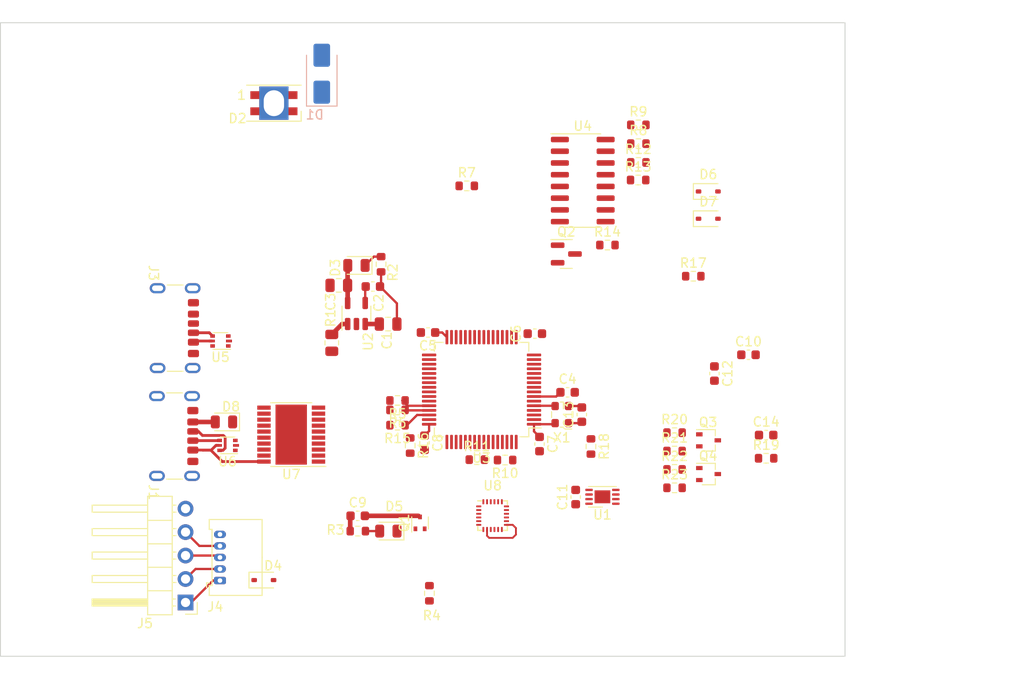
<source format=kicad_pcb>
(kicad_pcb (version 20240108) (generator "pcbnew") (generator_version "8.0")
  (layers (0 "F.Cu" signal) (31 "B.Cu" signal) (34 "B.Paste" user) (35 "F.Paste" user) (36 "B.SilkS" user "B.Silkscreen") (37 "F.SilkS" user "F.Silkscreen") (38 "B.Mask" user) (39 "F.Mask" user) (44 "Edge.Cuts" user))
  (net 0 "")
  (net 1 "/Key_1U/Row_Input")
  (net 2 "Net-(D1-A)")
  (net 3 "/Key_1U/Led_Output")
  (net 4 "GND")
  (net 5 "/Key_1U/Led_Input")
  (net 6 "/Key_1U/Vdd")
  (net 7 "Net-(D5-A)")
  (net 8 "Net-(U2-ON{slash}~{OFF})")
  (net 9 "Net-(U2-BP)")
  (net 10 "/Multimeter/+5V")
  (net 11 "/USB_Slot/VBus")
  (net 12 "Net-(D4-K)")
  (net 13 "/UART_Slot/VBus")
  (net 14 "Net-(U7-~{RESET})")
  (net 16 "Net-(J3-CC2)")
  (net 17 "Net-(J3-CC1)")
  (net 18 "Net-(U7-USBDP)")
  (net 20 "Net-(U7-USBDM)")
  (net 21 "Net-(J1-CC2)")
  (net 22 "Net-(J1-CC1)")
  (net 23 "/MCU/TX")
  (net 24 "Net-(D3-K)")
  (net 25 "Net-(D5-K)")
  (net 66 "Net-(U3-PB9)")
  (net 68 "/MCU/IR_LED")
  (net 69 "Net-(U3-PA11)")
  (net 70 "/MCU/USB+")
  (net 71 "Net-(U3-PA12)")
  (net 72 "/MCU/USB-")
  (net 73 "/MCU/VCC_MCU")
  (net 74 "/Multimeter/ADC_OUT")
  (net 79 "Net-(U3-PF0)")
  (net 80 "/MCU/NRST")
  (net 81 "Net-(D6-A)")
  (net 83 "Net-(Q2-D)")
  (net 84 "Net-(Q2-G)")
  (net 85 "Net-(U4-O2)")
  (net 86 "Net-(U4-O1)")
  (net 87 "Net-(U4-O3)")
  (net 88 "Net-(U4-O4)")
  (net 98 "Net-(U3-PA13)")
  (net 99 "/MCU/SWD")
  (net 100 "Net-(U3-PA14)")
  (net 101 "/MCU/SWC")
  (net 103 "/IMU/SCL")
  (net 104 "/IMU/SDA")
  (net 107 "/Key_1U/GND")
  (net 108 "/IMU/+3.3V")
  (net 111 "/MCU/RX")
  (net 115 "Net-(U8-REGOUT)")
  (net 118 "/OLED/LevelShifter/SCL_HL")
  (net 119 "/OLED/LevelShifter/SDA_HL")
  (net 122 "Net-(U8-FSYNC)")
  (footprint "Resistor_SMD:R_0603_1608Metric" (layer "F.Cu") (at 186.185 122.27)
    (property "Reference" "R22")
    (property "Value" "10k")
  )
  (footprint "Resistor_SMD:R_0603_1608Metric" (layer "F.Cu") (at 196.095 121.06)
    (property "Reference" "R19")
    (property "Value" "47k")
  )
  (footprint "Resistor_SMD:R_0805_2012Metric" (layer "F.Cu") (at 149.098 108.5615 90)
    (property "Reference" "R1")
    (property "Value" "18")
  )
  (footprint "Package_TO_SOT_SMD:SOT-323_SC-70" (layer "F.Cu") (at 189.865 122.77)
    (property "Reference" "Q4")
    (property "Value" "PJC138K_R1_00001")
  )
  (footprint "Capacitor_SMD:C_0603_1608Metric" (layer "F.Cu") (at 174.612 113.919)
    (property "Reference" "C4")
    (property "Value" "100nF")
  )
  (footprint "Connector_USB:USB_C_Receptacle_GCT_USB4125-xx-x_6P_TopMnt_Horizontal" (layer "F.Cu") (at 131.05 106.97 -90)
    (property "Reference" "J3")
    (property "Value" "USB_C_Receptacle_PowerOnly_6P")
  )
  (footprint "Package_TO_SOT_SMD:SOT-323_SC-70" (layer "F.Cu") (at 189.865 119.12)
    (property "Reference" "Q3")
    (property "Value" "PJC138K_R1_00001")
  )
  (footprint "Connector_Molex:Molex_PicoBlade_53048-0510_1x05_P1.25mm_Horizontal" (layer "F.Cu") (at 137 134.3 90)
    (property "Reference" "J4")
    (property "Value" "53048-0510")
  )
  (footprint "Resistor_SMD:R_0603_1608Metric" (layer "F.Cu") (at 156.21 117.475 180)
    (property "Reference" "R15")
    (property "Value" "0")
  )
  (footprint "Capacitor_SMD:C_0603_1608Metric" (layer "F.Cu") (at 151.903 127.294)
    (property "Reference" "C9")
    (property "Value" "100nF")
  )
  (footprint "Resistor_SMD:R_0603_1608Metric" (layer "F.Cu") (at 177.1396 119.7864 -90)
    (property "Reference" "R18")
    (property "Value" "220")
  )
  (footprint "Package_QFP:LQFP-64_10x10mm_P0.5mm" (layer "F.Cu") (at 165.303 113.624 180)
    (property "Reference" "U3")
    (property "Value" "STM32F303RETx")
  )
  (footprint "Capacitor_SMD:C_0603_1608Metric" (layer "F.Cu") (at 159.131 119.38 -90)
    (property "Reference" "C8")
    (property "Value" "100nF")
  )
  (footprint "Sensor_Motion:InvenSense_QFN-24_3x3mm_P0.4mm" (layer "F.Cu") (at 166.4984 127.27)
    (property "Reference" "U8")
    (property "Value" "MPU-9250")
  )
  (footprint "Resistor_SMD:R_0603_1608Metric" (layer "F.Cu") (at 182.245 90.932)
    (property "Reference" "R13")
    (property "Value" "100k")
  )
  (footprint "Resistor_SMD:R_0603_1608Metric" (layer "F.Cu") (at 178.9225 97.971)
    (property "Reference" "R14")
    (property "Value" "100k")
  )
  (footprint "LED_SMD:LED_0805_2012Metric" (layer "F.Cu") (at 155.218 128.945 180)
    (property "Reference" "D5")
    (property "Value" "LED")
  )
  (footprint "Resistor_SMD:R_0603_1608Metric" (layer "F.Cu") (at 167.85 121.25 180)
    (property "Reference" "R10")
    (property "Value" "4.7k")
  )
  (footprint "LED_SMD:LED_SK6812MINI_PLCC4_3.5x3.5mm_P1.75mm" (layer "F.Cu") (at 142.835 82.613)
    (property "Reference" "D2")
    (property "Value" "SK6812MINI-E")
  )
  (footprint "Package_DFN_QFN:DFN-8-1EP_3x2mm_P0.5mm_EP1.7x1.4mm" (layer "F.Cu") (at 178.382 125.234 180)
    (property "Reference" "U1")
    (property "Value" "MCP98243")
  )
  (footprint "Diode_SMD:D_SOD-323" (layer "F.Cu") (at 189.831 92.173)
    (property "Reference" "D6")
    (property "Value" "BAS16HT1G")
  )
  (footprint "Resistor_SMD:R_0603_1608Metric" (layer "F.Cu") (at 163.703 91.567)
    (property "Reference" "R7")
    (property "Value" "18")
  )
  (footprint "Resistor_SMD:R_0603_1608Metric" (layer "F.Cu") (at 182.2685 86.995)
    (property "Reference" "R8")
    (property "Value" "1k")
  )
  (footprint "Capacitor_SMD:C_0805_2012Metric" (layer "F.Cu") (at 149.86 102.3385 180)
    (property "Reference" "C3")
    (property "Value" "4.7uF")
  )
  (footprint "Resistor_SMD:R_0603_1608Metric" (layer "F.Cu") (at 151.916 128.945)
    (property "Reference" "R3")
    (property "Value" "270")
  )
  (footprint "Capacitor_SMD:C_0603_1608Metric" (layer "F.Cu") (at 153.543 102.4655)
    (property "Reference" "C2")
    (property "Value" "100nF")
  )
  (footprint "Capacitor_SMD:C_0603_1608Metric" (layer "F.Cu") (at 159.512 107.442 180)
    (property "Reference" "C5")
    (property "Value" "100nF")
  )
  (footprint "Resistor_SMD:R_0603_1608Metric" (layer "F.Cu") (at 186.185 120.28)
    (property "Reference" "R21")
    (property "Value" "10k")
  )
  (footprint "Package_SO:HTSSOP-20-1EP_4.4x6.5mm_P0.65mm_EP3.4x6.5mm" (layer "F.Cu") (at 144.71 118.4985 180)
    (property "Reference" "U7")
    (property "Value" "FT231XQ")
  )
  (footprint "Package_TO_SOT_SMD:SOT-23-5" (layer "F.Cu") (at 151.765 105.3865 90)
    (property "Reference" "U2")
    (property "Value" "LP2985-3.3")
  )
  (footprint "Resistor_SMD:R_0603_1608Metric" (layer "F.Cu") (at 188.212 101.346)
    (property "Reference" "R17")
    (property "Value" "10k")
  )
  (footprint "Resistor_SMD:R_0603_1608Metric" (layer "F.Cu") (at 156.21 114.808 180)
    (property "Reference" "R5")
    (property "Value" "0")
  )
  (footprint "Capacitor_SMD:C_0603_1608Metric" (layer "F.Cu") (at 171.577 119.52 -90)
    (property "Reference" "C7")
    (property "Value" "100nF")
  )
  (footprint "Capacitor_SMD:C_0603_1608Metric" (layer "F.Cu") (at 175.486 125.262 90)
    (property "Reference" "C11")
    (property "Value" "100nF")
  )
  (footprint "Resistor_SMD:R_0603_1608Metric" (layer "F.Cu") (at 156.21 115.824 180)
    (property "Reference" "R6")
    (property "Value" "0")
  )
  (footprint "Resistor_SMD:R_0603_1608Metric" (layer "F.Cu") (at 186.185 124.26)
    (property "Reference" "R23")
    (property "Value" "10k")
  )
  (footprint "Package_SO:SOIC-16_3.9x9.9mm_P1.27mm" (layer "F.Cu") (at 176.2525 90.991)
    (property "Reference" "U4")
    (property "Value" "MC1413BD")
  )
  (footprint "Connector_USB:USB_C_Receptacle_GCT_USB4125-xx-x_6P_TopMnt_Horizontal" (layer "F.Cu") (at 130.984 118.65 -90)
    (property "Reference" "J1")
    (property "Value" "USB_C_Receptacle_PowerOnly_6P")
  )
  (footprint "Capacitor_SMD:C_0805_2012Metric" (layer "F.Cu") (at 155.194 106.5295)
    (property "Reference" "C1")
    (property "Value" "4.7uF")
  )
  (footprint "Resistor_SMD:R_0603_1608Metric" (layer "F.Cu") (at 182.2685 84.963)
    (property "Reference" "R9")
    (property "Value" "100")
  )
  (footprint "Capacitor_SMD:C_0603_1608Metric" (layer "F.Cu") (at 176.149 116.332 90)
    (property "Reference" "C13")
    (property "Value" "100nF")
  )
  (footprint "Capacitor_SMD:C_0603_1608Metric" (layer "F.Cu") (at 190.5 111.887 -90)
    (property "Reference" "C12")
    (property "Value" "100nF")
  )
  (footprint "Resistor_SMD:R_0603_1608Metric" (layer "F.Cu") (at 159.663 135.676 -90)
    (property "Reference" "R4")
    (property "Value" "100k")
  )
  (footprint "Diode_SMD:D_SOD-323" (layer "F.Cu") (at 189.831 95.123)
    (property "Reference" "D7")
    (property "Value" "Z3.3V")
  )
  (footprint "Diode_SMD:D_SOD-323" (layer "F.Cu") (at 141.75 134.25)
    (property "Reference" "D4")
    (property "Value" "BAS16HT1G")
  )
  (footprint "Resistor_SMD:R_0603_1608Metric" (layer "F.Cu") (at 157.5816 119.6848 -90)
    (property "Reference" "R16")
    (property "Value" "0")
  )
  (footprint "Resistor_SMD:R_0603_1608Metric" (layer "F.Cu") (at 186.185 118.29)
    (property "Reference" "R20")
    (property "Value" "10k")
  )
  (footprint "Capacitor_SMD:C_0603_1608Metric" (layer "F.Cu") (at 196.095 118.55)
    (property "Reference" "C14")
    (property "Value" "100nF")
  )
  (footprint "Package_TO_SOT_SMD:SOT-666" (layer "F.Cu") (at 137.813 119.666 180)
    (property "Reference" "U6")
    (property "Value" "USBLC6-2P6")
  )
  (footprint "Capacitor_SMD:C_0603_1608Metric" (layer "F.Cu") (at 194.183 109.855)
    (property "Reference" "C10")
    (property "Value" "100nF")
  )
  (footprint "Package_TO_SOT_SMD:SOT-523" (layer "F.Cu") (at 158.647 128.056 90)
    (property "Reference" "Q1")
    (property "Value" "DMN33D8LT-7")
  )
  (footprint "Resistor_SMD:R_0603_1608Metric" (layer "F.Cu") (at 182.2685 89.027)
    (property "Reference" "R12")
    (property "Value" "10k")
  )
  (footprint "Package_TO_SOT_SMD:SOT-23" (layer "F.Cu") (at 174.4725 98.941)
    (property "Reference" "Q2")
    (property "Value" "NMOS")
  )
  (footprint "LED_SMD:LED_0805_2012Metric" (layer "F.Cu") (at 151.765 100.1795 180)
    (property "Reference" "D3")
    (property "Value" "LED")
  )
  (footprint "Oscillator:Oscillator_SMD_ECS_2520MV-xxx-xx-4Pin_2.5x2.0mm" (layer "F.Cu") (at 173.99 116.332 180)
    (property "Reference" "X1")
    (property "Value" "ECS-2520MV-250-DN-TR")
  )
  (footprint "Resistor_SMD:R_0603_1608Metric" (layer "F.Cu") (at 164.7932 121.2088)
    (property "Reference" "R11")
    (property "Value" "4.7k")
  )
  (footprint "Package_TO_SOT_SMD:SOT-666" (layer "F.Cu") (at 137.051 108.363 180)
    (property "Reference" "U5")
    (property "Value" "USBLC6-2P6")
  )
  (footprint "Connector_PinHeader_2.54mm:PinHeader_1x05_P2.54mm_Horizontal" (layer "F.Cu") (at 133.275 136.675 180)
    (property "Reference" "J5")
    (property "Value" "Pin_Header")
  )
  (footprint "Capacitor_SMD:C_0603_1608Metric" (layer "F.Cu") (at 171.069 107.569 180)
    (property "Reference" "C6")
    (property "Value" "470nF")
  )
  (footprint "Resistor_SMD:R_0603_1608Metric" (layer "F.Cu") (at 154.432 100.0525 90)
    (property "Reference" "R2")
    (property "Value" "270")
  )
  (footprint "Diode_SMD:D_0805_2012Metric" (layer "F.Cu") (at 137.432 117.126 180)
    (property "Reference" "D8")
    (property "Value" "D")
  )
  (footprint "Diode_SMD:D_SMA" (layer "B.Cu") (at 148.015 79.42 90)
    (property "Reference" "D1")
    (property "Value" "SR360")
  )
  (gr_rect (start 113.25 73.9) (end 204.63 142.5) (stroke (width 0.1)) (fill none) (layer "Edge.Cuts"))
  (segment (start 154.432 102.3515) (end 154.318 102.4655) (width 0.25) (layer "F.Cu") (net 4))
  (segment (start 175.999 115.407) (end 176.149 115.557) (width 0.25) (layer "F.Cu") (net 4))
  (segment (start 156.144 104.2915) (end 154.318 102.4655) (width 0.25) (layer "F.Cu") (net 4))
  (segment (start 156.144 106.5295) (end 156.144 104.2915) (width 0.25) (layer "F.Cu") (net 4))
  (segment (start 174.715 115.407) (end 175.999 115.407) (width 0.25) (layer "F.Cu") (net 4))
  (segment (start 152.678 127.294) (end 158.4715 127.294) (width 0.5) (layer "F.Cu") (net 4))
  (segment (start 154.432 100.8775) (end 154.432 102.3515) (width 0.25) (layer "F.Cu") (net 4))
  (segment (start 152.741 128.945) (end 154.2805 128.945) (width 0.25) (layer "F.Cu") (net 7))
  (segment (start 152.715 106.524) (end 154.2385 106.524) (width 0.5) (layer "F.Cu") (net 8))
  (segment (start 150.223 106.524) (end 149.098 107.649) (width 0.5) (layer "F.Cu") (net 8))
  (segment (start 150.815 106.524) (end 150.223 106.524) (width 0.5) (layer "F.Cu") (net 8))
  (segment (start 154.2385 106.524) (end 154.244 106.5295) (width 0.5) (layer "F.Cu") (net 8))
  (segment (start 152.715 104.249) (end 152.715 102.5185) (width 0.25) (layer "F.Cu") (net 9))
  (segment (start 152.715 102.5185) (end 152.768 102.4655) (width 0.25) (layer "F.Cu") (net 9))
  (segment (start 151.091 128.945) (end 151.091 127.331) (width 0.5) (layer "F.Cu") (net 11))
  (segment (start 151.091 127.331) (end 151.128 127.294) (width 0.5) (layer "F.Cu") (net 11))
  (segment (start 134.13 108.49) (end 134.257 108.363) (width 0.3) (layer "F.Cu") (net 11))
  (segment (start 134.77 130.55) (end 137 130.55) (width 0.25) (layer "F.Cu") (net 11))
  (segment (start 133.275 129.055) (end 134.77 130.55) (width 0.25) (layer "F.Cu") (net 11))
  (segment (start 134.257 108.363) (end 136.126 108.363) (width 0.3) (layer "F.Cu") (net 11))
  (segment (start 133.275 136.675) (end 133.875 136.675) (width 0.25) (layer "F.Cu") (net 12))
  (segment (start 133.875 136.675) (end 136.25 134.3) (width 0.25) (layer "F.Cu") (net 12))
  (segment (start 136.25 134.3) (end 137 134.3) (width 0.25) (layer "F.Cu") (net 12))
  (segment (start 135.146 120.17) (end 136.064024 120.17) (width 0.3) (layer "F.Cu") (net 13))
  (segment (start 134.064 117.13) (end 136.4905 117.13) (width 0.5) (layer "F.Cu") (net 13))
  (segment (start 135.997024 120.17) (end 135.146 120.17) (width 0.3) (layer "F.Cu") (net 13))
  (segment (start 134.064 120.17) (end 135.146 120.17) (width 0.3) (layer "F.Cu") (net 13))
  (segment (start 136.568024 119.666) (end 136.888 119.666) (width 0.3) (layer "F.Cu") (net 13))
  (segment (start 141.76 121.4185) (end 137.245524 121.4185) (width 0.3) (layer "F.Cu") (net 13))
  (segment (start 137.245524 121.4185) (end 135.997024 120.17) (width 0.3) (layer "F.Cu") (net 13))
  (segment (start 136.4905 117.13) (end 136.4945 117.126) (width 0.5) (layer "F.Cu") (net 13))
  (segment (start 136.064024 120.17) (end 136.568024 119.666) (width 0.3) (layer "F.Cu") (net 13))
  (segment (start 135.8455 107.47) (end 136.201 107.8255) (width 0.3) (layer "F.Cu") (net 16))
  (segment (start 134.13 107.47) (end 135.8455 107.47) (width 0.3) (layer "F.Cu") (net 16))
  (segment (start 136.9415 119.15) (end 136.963 119.1285) (width 0.3) (layer "F.Cu") (net 21))
  (segment (start 134.064 119.15) (end 136.9415 119.15) (width 0.3) (layer "F.Cu") (net 21))
  (segment (start 135.105 118.591) (end 137.357976 118.591) (width 0.3) (layer "F.Cu") (net 22))
  (segment (start 134.664 118.15) (end 135.105 118.591) (width 0.3) (layer "F.Cu") (net 22))
  (segment (start 134.064 118.15) (end 134.664 118.15) (width 0.3) (layer "F.Cu") (net 22))
  (segment (start 137.320476 120.2035) (end 136.963 120.2035) (width 0.3) (layer "F.Cu") (net 22))
  (segment (start 137.563 119.960976) (end 137.320476 120.2035) (width 0.3) (layer "F.Cu") (net 22))
  (segment (start 137.357976 118.591) (end 137.563 118.796024) (width 0.3) (layer "F.Cu") (net 22))
  (segment (start 137.563 118.796024) (end 137.563 119.960976) (width 0.3) (layer "F.Cu") (net 22))
  (segment (start 153.6545 99.2275) (end 152.7025 100.1795) (width 0.25) (layer "F.Cu") (net 24))
  (segment (start 154.432 99.2275) (end 153.6545 99.2275) (width 0.25) (layer "F.Cu") (net 24))
  (segment (start 157.286 115.374) (end 159.628 115.374) (width 0.25) (layer "F.Cu") (net 69))
  (segment (start 156.72 114.808) (end 157.286 115.374) (width 0.25) (layer "F.Cu") (net 69))
  (segment (start 159.628 115.874) (end 156.77 115.874) (width 0.25) (layer "F.Cu") (net 71))
  (segment (start 173.265 115.407) (end 173.232 115.374) (width 0.25) (layer "F.Cu") (net 79))
  (segment (start 173.232 115.374) (end 170.978 115.374) (width 0.25) (layer "F.Cu") (net 79))
  (segment (start 173.837 113.919) (end 173.382 114.374) (width 0.25) (layer "F.Cu") (net 80))
  (segment (start 173.382 114.374) (end 170.978 114.374) (width 0.25) (layer "F.Cu") (net 80))
  (segment (start 159.628 116.374) (end 158.327 116.374) (width 0.25) (layer "F.Cu") (net 98))
  (segment (start 158.327 116.374) (end 157.226 117.475) (width 0.25) (layer "F.Cu") (net 98))
  (segment (start 136.795 131.595) (end 137 131.8) (width 0.25) (layer "F.Cu") (net 99))
  (segment (start 133.275 131.595) (end 136.795 131.595) (width 0.25) (layer "F.Cu") (net 99))
  (segment (start 134.36 133.05) (end 137 133.05) (width 0.25) (layer "F.Cu") (net 101))
  (segment (start 133.275 134.135) (end 134.36 133.05) (width 0.25) (layer "F.Cu") (net 101))
  (segment (start 175.999 117.257) (end 176.149 117.107) (width 0.25) (layer "F.Cu") (net 108))
  (segment (start 165.8984 128.77) (end 165.8984 129.4532) (width 0.2) (layer "F.Cu") (net 108))
  (segment (start 170.978 117.374) (end 173.148 117.374) (width 0.25) (layer "F.Cu") (net 108))
  (segment (start 168.6668 129.6816) (end 169.0224 129.326) (width 0.2) (layer "F.Cu") (net 108))
  (segment (start 169.0224 128.6148) (end 168.6776 128.27) (width 0.2) (layer "F.Cu") (net 108))
  (segment (start 159.628 117.374) (end 159.628 118.108) (width 0.25) (layer "F.Cu") (net 108))
  (segment (start 174.715 117.257) (end 175.999 117.257) (width 0.25) (layer "F.Cu") (net 108))
  (segment (start 166.1268 129.6816) (end 168.6668 129.6816) (width 0.2) (layer "F.Cu") (net 108))
  (segment (start 161.046 107.442) (end 161.553 107.949) (width 0.25) (layer "F.Cu") (net 108))
  (segment (start 165.8984 129.4532) (end 166.1268 129.6816) (width 0.2) (layer "F.Cu") (net 108))
  (segment (start 150.81 102.3385) (end 150.81 100.197) (width 0.5) (layer "F.Cu") (net 108))
  (segment (start 150.81 100.197) (end 150.8275 100.1795) (width 0.5) (layer "F.Cu") (net 108))
  (segment (start 170.978 118.146) (end 171.577 118.745) (width 0.25) (layer "F.Cu") (net 108))
  (segment (start 170.978 117.374) (end 170.978 118.146) (width 0.25) (layer "F.Cu") (net 108))
  (segment (start 168.6776 128.27) (end 167.9984 128.27) (width 0.2) (layer "F.Cu") (net 108))
  (segment (start 169.0224 129.326) (end 169.0224 128.6148) (width 0.2) (layer "F.Cu") (net 108))
  (segment (start 160.287 107.442) (end 161.046 107.442) (width 0.25) (layer "F.Cu") (net 108))
  (segment (start 150.815 102.3435) (end 150.81 102.3385) (width 0.5) (layer "F.Cu") (net 108))
  (segment (start 159.628 118.108) (end 159.131 118.605) (width 0.25) (layer "F.Cu") (net 108))
  (segment (start 173.148 117.374) (end 173.265 117.257) (width 0.25) (layer "F.Cu") (net 108))
  (segment (start 150.815 104.249) (end 150.815 102.3435) (width 0.5) (layer "F.Cu") (net 108))
)
</source>
